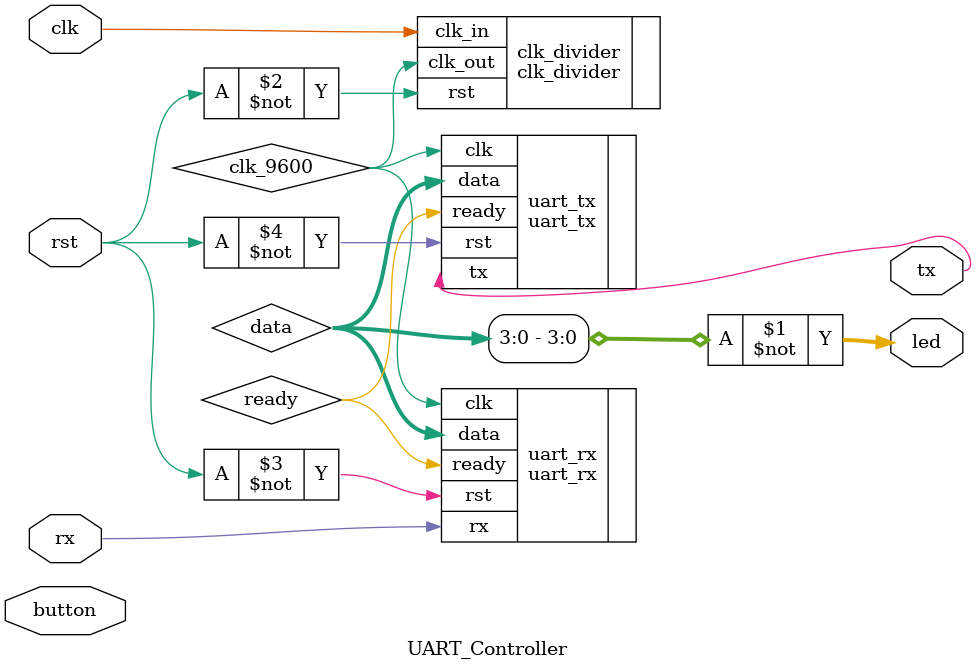
<source format=v>
module UART_Controller(button, clk, rst, rx, led, tx);
	
	input button;
	input clk;
	input rst;
	input rx;
	
	output [3:0] led;
	output tx;
	
	wire clk_9600;
	wire [7:0] data;
	wire ready;
	
	
	assign led = ~data[3:0];
	//assign tx = rx;
	
	clk_divider clk_divider (
		.clk_in(clk),
		.rst(~rst),
		.clk_out(clk_9600)
	);
	
	uart_rx uart_rx (
		.rx(rx),
		.rst(~rst),
		.clk(clk_9600),
		.data(data),
		.ready(ready)
		);
	
	uart_tx uart_tx(
		.data(data),
		.rst(~rst), 
		.clk(clk_9600), 
		.ready(ready), 
		.tx(tx)
	);
	
endmodule
</source>
